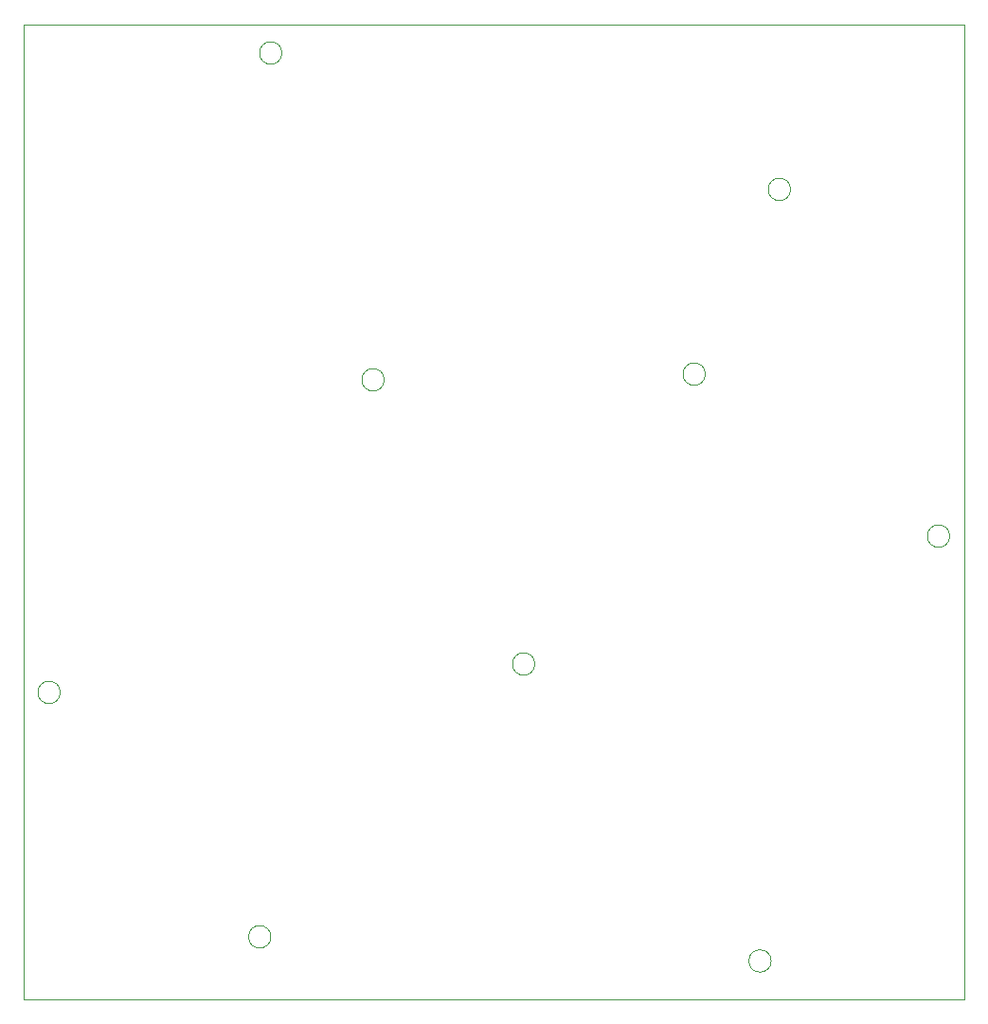
<source format=gbr>
%TF.GenerationSoftware,KiCad,Pcbnew,(6.0.5-0)*%
%TF.CreationDate,2022-05-18T00:34:25-07:00*%
%TF.ProjectId,INV_Board,494e565f-426f-4617-9264-2e6b69636164,rev?*%
%TF.SameCoordinates,Original*%
%TF.FileFunction,Profile,NP*%
%FSLAX46Y46*%
G04 Gerber Fmt 4.6, Leading zero omitted, Abs format (unit mm)*
G04 Created by KiCad (PCBNEW (6.0.5-0)) date 2022-05-18 00:34:25*
%MOMM*%
%LPD*%
G01*
G04 APERTURE LIST*
%TA.AperFunction,Profile*%
%ADD10C,0.050000*%
%TD*%
G04 APERTURE END LIST*
D10*
X115824000Y-136144000D02*
X115824000Y-49022000D01*
X199898000Y-49022000D02*
X199898000Y-136144000D01*
X161500000Y-106172000D02*
G75*
G03*
X161500000Y-106172000I-1000000J0D01*
G01*
X115824000Y-49022000D02*
X199898000Y-49022000D01*
X184360000Y-63754000D02*
G75*
G03*
X184360000Y-63754000I-1000000J0D01*
G01*
X138894000Y-51562000D02*
G75*
G03*
X138894000Y-51562000I-1000000J0D01*
G01*
X176740000Y-80264000D02*
G75*
G03*
X176740000Y-80264000I-1000000J0D01*
G01*
X182626000Y-132715000D02*
G75*
G03*
X182626000Y-132715000I-1000000J0D01*
G01*
X148038000Y-80772000D02*
G75*
G03*
X148038000Y-80772000I-1000000J0D01*
G01*
X119082000Y-108712000D02*
G75*
G03*
X119082000Y-108712000I-1000000J0D01*
G01*
X199898000Y-136144000D02*
X115824000Y-136144000D01*
X137906000Y-130556000D02*
G75*
G03*
X137906000Y-130556000I-1000000J0D01*
G01*
X198584000Y-94742000D02*
G75*
G03*
X198584000Y-94742000I-1000000J0D01*
G01*
M02*

</source>
